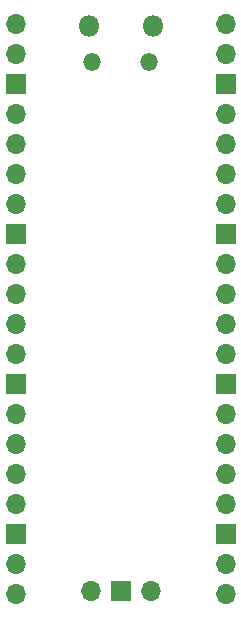
<source format=gbr>
%TF.GenerationSoftware,KiCad,Pcbnew,6.0.8-f2edbf62ab~116~ubuntu22.04.1*%
%TF.CreationDate,2022-10-03T19:04:55-04:00*%
%TF.ProjectId,PicoDebugInterface,5069636f-4465-4627-9567-496e74657266,rev?*%
%TF.SameCoordinates,Original*%
%TF.FileFunction,Soldermask,Bot*%
%TF.FilePolarity,Negative*%
%FSLAX46Y46*%
G04 Gerber Fmt 4.6, Leading zero omitted, Abs format (unit mm)*
G04 Created by KiCad (PCBNEW 6.0.8-f2edbf62ab~116~ubuntu22.04.1) date 2022-10-03 19:04:55*
%MOMM*%
%LPD*%
G01*
G04 APERTURE LIST*
%ADD10O,1.500000X1.500000*%
%ADD11O,1.800000X1.800000*%
%ADD12O,1.700000X1.700000*%
%ADD13R,1.700000X1.700000*%
G04 APERTURE END LIST*
D10*
%TO.C,U1*%
X131175000Y-24180000D03*
X126325000Y-24180000D03*
D11*
X126025000Y-21150000D03*
X131475000Y-21150000D03*
D12*
X119860000Y-21020000D03*
X119860000Y-23560000D03*
D13*
X119860000Y-26100000D03*
D12*
X119860000Y-28640000D03*
X119860000Y-31180000D03*
X119860000Y-33720000D03*
X119860000Y-36260000D03*
D13*
X119860000Y-38800000D03*
D12*
X119860000Y-41340000D03*
X119860000Y-43880000D03*
X119860000Y-46420000D03*
X119860000Y-48960000D03*
D13*
X119860000Y-51500000D03*
D12*
X119860000Y-54040000D03*
X119860000Y-56580000D03*
X119860000Y-59120000D03*
X119860000Y-61660000D03*
D13*
X119860000Y-64200000D03*
D12*
X119860000Y-66740000D03*
X119860000Y-69280000D03*
X137640000Y-69280000D03*
X137640000Y-66740000D03*
D13*
X137640000Y-64200000D03*
D12*
X137640000Y-61660000D03*
X137640000Y-59120000D03*
X137640000Y-56580000D03*
X137640000Y-54040000D03*
D13*
X137640000Y-51500000D03*
D12*
X137640000Y-48960000D03*
X137640000Y-46420000D03*
X137640000Y-43880000D03*
X137640000Y-41340000D03*
D13*
X137640000Y-38800000D03*
D12*
X137640000Y-36260000D03*
X137640000Y-33720000D03*
X137640000Y-31180000D03*
X137640000Y-28640000D03*
D13*
X137640000Y-26100000D03*
D12*
X137640000Y-23560000D03*
X137640000Y-21020000D03*
X126210000Y-69050000D03*
D13*
X128750000Y-69050000D03*
D12*
X131290000Y-69050000D03*
%TD*%
M02*

</source>
